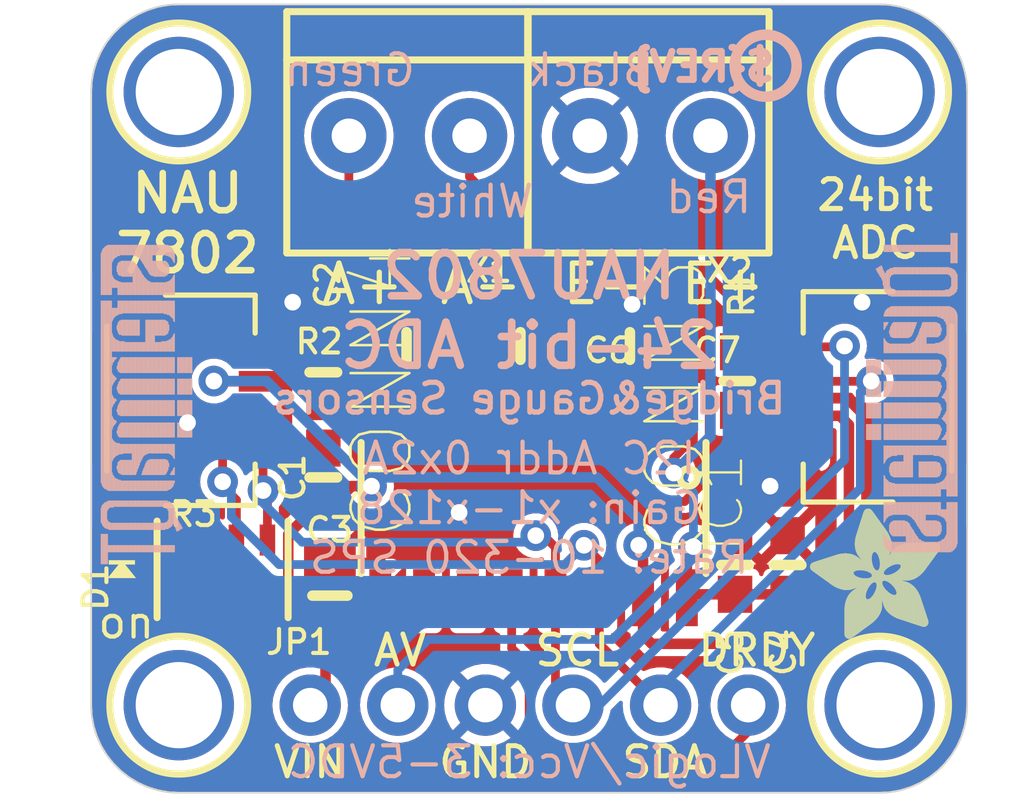
<source format=kicad_pcb>
(kicad_pcb (version 20221018) (generator pcbnew)
  (layers (0 "F.Cu" signal) (31 "B.Cu" signal) (34 "B.Paste" user) (35 "F.Paste" user) (36 "B.SilkS" user "B.Silkscreen") (37 "F.SilkS" user "F.Silkscreen") (38 "B.Mask" user) (39 "F.Mask" user) (44 "Edge.Cuts" user))
  (net 0 "")
  (net 1 "GND")
  (net 2 "SDA")
  (net 3 "SCL")
  (net 4 "VCC")
  (net 5 "N$1")
  (net 6 "AVDD")
  (net 7 "DRDY")
  (net 8 "N$2")
  (net 9 "N$3")
  (net 10 "N$4")
  (net 11 "N$5")
  (net 12 "N$6")
  (net 13 "A-")
  (net 14 "A+")
  (footprint "working:0603-NO" (layer "F.Cu") (at 154.470099 109.8296 -90)
    (fp_text reference "C5" (at 1.778 0.127 90) (layer "F.SilkS") (effects (font (size 0.692831 0.692831) (thickness 0.119969)) (justify right)))
    (fp_text value "1uF")
    (pad "1" smd rect (at -0.85 0 270) (size 1.075 1) (layers "F.Cu" "F.Paste" "F.Mask") (net 1 "GND"))
    (pad "2" smd rect (at 0.85 0 270) (size 1.075 1) (layers "F.Cu" "F.Paste" "F.Mask") (net 6 "AVDD"))
  )
  (footprint "working:MOUNTINGHOLE_2.5_PLATED" (layer "F.Cu") (at 138.341099 113.8936)
    (fp_text reference "U$19" hide)
    (fp_text value "MOUNTINGHOLE2.5" hide)
    (pad "P$1" thru_hole circle (at 0 0) (size 3.2 3.2) (drill 2.5) (layers "*.Cu" "*.Mask"))
    (zone (net 0) (net_name "") (layer "F.Cu") (connect_pads (clearance 0)) (min_thickness 0.25)
      (keepout (tracks not_allowed) (vias not_allowed) (pads not_allowed) (copperpour not_allowed) (footprints allowed))
      (fill (thermal_gap 0.5) (thermal_bridge_width 0.5))
      (polygon (pts (xy 140.357099 113.8936) (xy 140.337479 113.613027) (xy 140.279003 113.337915) (xy 140.182807 113.073619) (xy 140.050764 112.825283) (xy 139.885445 112.59774) (xy 139.690066 112.39542) (xy 139.468432 112.22226) (xy 139.224855 112.081631) (xy 138.964077 111.97627) (xy 138.691174 111.908228) (xy 138.411456 111.878828) (xy 138.13037 111.888644) (xy 137.853384 111.937484) (xy 137.585892 112.024397) (xy 137.333099 112.147693) (xy 137.099925 112.30497) (xy 136.89091 112.493169) (xy 136.710121 112.708625) (xy 136.561077 112.947145) (xy 136.446679 113.204087) (xy 136.369153 113.47445) (xy 136.33001 113.752971) (xy 136.33001 114.034229) (xy 136.369153 114.31275) (xy 136.446679 114.583113) (xy 136.561077 114.840055) (xy 136.710121 115.078575) (xy 136.89091 115.294031) (xy 137.099925 115.48223) (xy 137.333099 115.639507) (xy 137.585892 115.762803) (xy 137.853384 115.849716) (xy 138.13037 115.898556) (xy 138.411456 115.908372) (xy 138.691174 115.878972) (xy 138.964077 115.81093) (xy 139.224855 115.705569) (xy 139.468432 115.56494) (xy 139.690066 115.39178) (xy 139.885445 115.18946) (xy 140.050764 114.961917) (xy 140.182807 114.713581) (xy 140.279003 114.449285) (xy 140.337479 114.174173)))
      (polygon (pts (xy 138.325099 113.8936) (xy 138.329785 113.904914) (xy 138.341099 113.9096) (xy 138.352413 113.904914) (xy 138.357099 113.8936) (xy 138.352413 113.882286) (xy 138.341099 113.8776) (xy 138.329785 113.882286)))
    )
    (zone (net 0) (net_name "") (layer "B.Cu") (connect_pads (clearance 0)) (min_thickness 0.25)
      (keepout (tracks not_allowed) (vias not_allowed) (pads not_allowed) (copperpour not_allowed) (footprints allowed))
      (fill (thermal_gap 0.5) (thermal_bridge_width 0.5))
      (polygon (pts (xy 140.357099 113.8936) (xy 140.337479 113.613027) (xy 140.279003 113.337915) (xy 140.182807 113.073619) (xy 140.050764 112.825283) (xy 139.885445 112.59774) (xy 139.690066 112.39542) (xy 139.468432 112.22226) (xy 139.224855 112.081631) (xy 138.964077 111.97627) (xy 138.691174 111.908228) (xy 138.411456 111.878828) (xy 138.13037 111.888644) (xy 137.853384 111.937484) (xy 137.585892 112.024397) (xy 137.333099 112.147693) (xy 137.099925 112.30497) (xy 136.89091 112.493169) (xy 136.710121 112.708625) (xy 136.561077 112.947145) (xy 136.446679 113.204087) (xy 136.369153 113.47445) (xy 136.33001 113.752971) (xy 136.33001 114.034229) (xy 136.369153 114.31275) (xy 136.446679 114.583113) (xy 136.561077 114.840055) (xy 136.710121 115.078575) (xy 136.89091 115.294031) (xy 137.099925 115.48223) (xy 137.333099 115.639507) (xy 137.585892 115.762803) (xy 137.853384 115.849716) (xy 138.13037 115.898556) (xy 138.411456 115.908372) (xy 138.691174 115.878972) (xy 138.964077 115.81093) (xy 139.224855 115.705569) (xy 139.468432 115.56494) (xy 139.690066 115.39178) (xy 139.885445 115.18946) (xy 140.050764 114.961917) (xy 140.182807 114.713581) (xy 140.279003 114.449285) (xy 140.337479 114.174173)))
      (polygon (pts (xy 138.325099 113.8936) (xy 138.329785 113.904914) (xy 138.341099 113.9096) (xy 138.352413 113.904914) (xy 138.357099 113.8936) (xy 138.352413 113.882286) (xy 138.341099 113.8776) (xy 138.329785 113.882286)))
    )
  )
  (footprint "working:FIDUCIAL_1MM" (layer "F.Cu") (at 152.057099 95.0976)
    (fp_text reference "FID4" hide)
    (fp_text value "FIDUCIAL_1MM" hide)
    (pad "1" smd roundrect (at 0 0) (size 1 1) (layers "F.Cu" "F.Mask") (roundrect_rratio 0.5))
  )
  (footprint "working:TERMBLOCK_1X2-3.5MM" (layer "F.Cu") (at 145.072099 97.3836 180)
    (fp_text reference "X1" (at -3 -3.89) (layer "F.SilkS") (effects (font (size 0.692831 0.692831) (thickness 0.119969)) (justify right)))
    (fp_text value "3.5mm")
    (pad "1" thru_hole circle (at 1.8 0 180) (size 2.1844 2.1844) (drill 1) (layers "*.Cu" "*.Mask") (net 14 "A+"))
    (pad "2" thru_hole circle (at -1.7 0 180) (size 2.1844 2.1844) (drill 1) (layers "*.Cu" "*.Mask") (net 13 "A-"))
  )
  (footprint "working:0603-NO" (layer "F.Cu") (at 154.533599 104.4956 90)
    (fp_text reference "R1" (at 1.778 0.127 90) (layer "F.SilkS") (effects (font (size 0.692831 0.692831) (thickness 0.119969)) (justify left)))
    (fp_text value "51")
    (pad "1" smd rect (at -0.85 0 90) (size 1.075 1) (layers "F.Cu" "F.Paste" "F.Mask") (net 12 "N$6"))
    (pad "2" smd rect (at 0.85 0 90) (size 1.075 1) (layers "F.Cu" "F.Paste" "F.Mask") (net 13 "A-"))
  )
  (footprint "working:MOUNTINGHOLE_2.5_PLATED" (layer "F.Cu") (at 158.661099 96.1136)
    (fp_text reference "U$17" hide)
    (fp_text value "MOUNTINGHOLE2.5" hide)
    (pad "P$1" thru_hole circle (at 0 0) (size 3.2 3.2) (drill 2.5) (layers "*.Cu" "*.Mask"))
    (zone (net 0) (net_name "") (layer "F.Cu") (connect_pads (clearance 0)) (min_thickness 0.25)
      (keepout (tracks not_allowed) (vias not_allowed) (pads not_allowed) (copperpour not_allowed) (footprints allowed))
      (fill (thermal_gap 0.5) (thermal_bridge_width 0.5))
      (polygon (pts (xy 160.677099 96.1136) (xy 160.657479 95.833027) (xy 160.599003 95.557915) (xy 160.502807 95.293619) (xy 160.370764 95.045283) (xy 160.205445 94.81774) (xy 160.010066 94.61542) (xy 159.788432 94.44226) (xy 159.544855 94.301631) (xy 159.284077 94.19627) (xy 159.011174 94.128228) (xy 158.731456 94.098828) (xy 158.45037 94.108644) (xy 158.173384 94.157484) (xy 157.905892 94.244397) (xy 157.653099 94.367693) (xy 157.419925 94.52497) (xy 157.21091 94.713169) (xy 157.030121 94.928625) (xy 156.881077 95.167145) (xy 156.766679 95.424087) (xy 156.689153 95.69445) (xy 156.65001 95.972971) (xy 156.65001 96.254229) (xy 156.689153 96.53275) (xy 156.766679 96.803113) (xy 156.881077 97.060055) (xy 157.030121 97.298575) (xy 157.21091 97.514031) (xy 157.419925 97.70223) (xy 157.653099 97.859507) (xy 157.905892 97.982803) (xy 158.173384 98.069716) (xy 158.45037 98.118556) (xy 158.731456 98.128372) (xy 159.011174 98.098972) (xy 159.284077 98.03093) (xy 159.544855 97.925569) (xy 159.788432 97.78494) (xy 160.010066 97.61178) (xy 160.205445 97.40946) (xy 160.370764 97.181917) (xy 160.502807 96.933581) (xy 160.599003 96.669285) (xy 160.657479 96.394173)))
      (polygon (pts (xy 158.645099 96.1136) (xy 158.649785 96.124914) (xy 158.661099 96.1296) (xy 158.672413 96.124914) (xy 158.677099 96.1136) (xy 158.672413 96.102286) (xy 158.661099 96.0976) (xy 158.649785 96.102286)))
    )
    (zone (net 0) (net_name "") (layer "B.Cu") (connect_pads (clearance 0)) (min_thickness 0.25)
      (keepout (tracks not_allowed) (vias not_allowed) (pads not_allowed) (copperpour not_allowed) (footprints allowed))
      (fill (thermal_gap 0.5) (thermal_bridge_width 0.5))
      (polygon (pts (xy 160.677099 96.1136) (xy 160.657479 95.833027) (xy 160.599003 95.557915) (xy 160.502807 95.293619) (xy 160.370764 95.045283) (xy 160.205445 94.81774) (xy 160.010066 94.61542) (xy 159.788432 94.44226) (xy 159.544855 94.301631) (xy 159.284077 94.19627) (xy 159.011174 94.128228) (xy 158.731456 94.098828) (xy 158.45037 94.108644) (xy 158.173384 94.157484) (xy 157.905892 94.244397) (xy 157.653099 94.367693) (xy 157.419925 94.52497) (xy 157.21091 94.713169) (xy 157.030121 94.928625) (xy 156.881077 95.167145) (xy 156.766679 95.424087) (xy 156.689153 95.69445) (xy 156.65001 95.972971) (xy 156.65001 96.254229) (xy 156.689153 96.53275) (xy 156.766679 96.803113) (xy 156.881077 97.060055) (xy 157.030121 97.298575) (xy 157.21091 97.514031) (xy 157.419925 97.70223) (xy 157.653099 97.859507) (xy 157.905892 97.982803) (xy 158.173384 98.069716) (xy 158.45037 98.118556) (xy 158.731456 98.128372) (xy 159.011174 98.098972) (xy 159.284077 98.03093) (xy 159.544855 97.925569) (xy 159.788432 97.78494) (xy 160.010066 97.61178) (xy 160.205445 97.40946) (xy 160.370764 97.181917) (xy 160.502807 96.933581) (xy 160.599003 96.669285) (xy 160.657479 96.394173)))
      (polygon (pts (xy 158.645099 96.1136) (xy 158.649785 96.124914) (xy 158.661099 96.1296) (xy 158.672413 96.124914) (xy 158.677099 96.1136) (xy 158.672413 96.102286) (xy 158.661099 96.0976) (xy 158.649785 96.102286)))
    )
  )
  (footprint "working:1X06_ROUND_70" (layer "F.Cu") (at 148.501099 113.8936)
    (fp_text reference "JP1" (at -7.6962 -1.8288) (layer "F.SilkS") (effects (font (size 0.692831 0.692831) (thickness 0.119969)) (justify left)))
    (fp_text value "")
    (pad "1" thru_hole circle (at -6.35 0 90) (size 1.778 1.778) (drill 1) (layers "*.Cu" "*.Mask") (net 4 "VCC"))
    (pad "2" thru_hole circle (at -3.81 0 90) (size 1.778 1.778) (drill 1) (layers "*.Cu" "*.Mask") (net 6 "AVDD"))
    (pad "3" thru_hole circle (at -1.27 0 90) (size 1.778 1.778) (drill 1) (layers "*.Cu" "*.Mask") (net 1 "GND"))
    (pad "4" thru_hole circle (at 1.27 0 90) (size 1.778 1.778) (drill 1) (layers "*.Cu" "*.Mask") (net 3 "SCL"))
    (pad "5" thru_hole circle (at 3.81 0 90) (size 1.778 1.778) (drill 1) (layers "*.Cu" "*.Mask") (net 2 "SDA"))
    (pad "6" thru_hole circle (at 6.35 0 90) (size 1.778 1.778) (drill 1) (layers "*.Cu" "*.Mask") (net 7 "DRDY"))
  )
  (footprint "working:MOUNTINGHOLE_2.5_PLATED" (layer "F.Cu") (at 158.661099 113.8936)
    (fp_text reference "U$21" hide)
    (fp_text value "MOUNTINGHOLE2.5" hide)
    (pad "P$1" thru_hole circle (at 0 0) (size 3.2 3.2) (drill 2.5) (layers "*.Cu" "*.Mask"))
    (zone (net 0) (net_name "") (layer "F.Cu") (connect_pads (clearance 0)) (min_thickness 0.25)
      (keepout (tracks not_allowed) (vias not_allowed) (pads not_allowed) (copperpour not_allowed) (footprints allowed))
      (fill (thermal_gap 0.5) (thermal_bridge_width 0.5))
      (polygon (pts (xy 160.677099 113.8936) (xy 160.657479 113.613027) (xy 160.599003 113.337915) (xy 160.502807 113.073619) (xy 160.370764 112.825283) (xy 160.205445 112.59774) (xy 160.010066 112.39542) (xy 159.788432 112.22226) (xy 159.544855 112.081631) (xy 159.284077 111.97627) (xy 159.011174 111.908228) (xy 158.731456 111.878828) (xy 158.45037 111.888644) (xy 158.173384 111.937484) (xy 157.905892 112.024397) (xy 157.653099 112.147693) (xy 157.419925 112.30497) (xy 157.21091 112.493169) (xy 157.030121 112.708625) (xy 156.881077 112.947145) (xy 156.766679 113.204087) (xy 156.689153 113.47445) (xy 156.65001 113.752971) (xy 156.65001 114.034229) (xy 156.689153 114.31275) (xy 156.766679 114.583113) (xy 156.881077 114.840055) (xy 157.030121 115.078575) (xy 157.21091 115.294031) (xy 157.419925 115.48223) (xy 157.653099 115.639507) (xy 157.905892 115.762803) (xy 158.173384 115.849716) (xy 158.45037 115.898556) (xy 158.731456 115.908372) (xy 159.011174 115.878972) (xy 159.284077 115.81093) (xy 159.544855 115.705569) (xy 159.788432 115.56494) (xy 160.010066 115.39178) (xy 160.205445 115.18946) (xy 160.370764 114.961917) (xy 160.502807 114.713581) (xy 160.599003 114.449285) (xy 160.657479 114.174173)))
      (polygon (pts (xy 158.645099 113.8936) (xy 158.649785 113.904914) (xy 158.661099 113.9096) (xy 158.672413 113.904914) (xy 158.677099 113.8936) (xy 158.672413 113.882286) (xy 158.661099 113.8776) (xy 158.649785 113.882286)))
    )
    (zone (net 0) (net_name "") (layer "B.Cu") (connect_pads (clearance 0)) (min_thickness 0.25)
      (keepout (tracks not_allowed) (vias not_allowed) (pads not_allowed) (copperpour not_allowed) (footprints allowed))
      (fill (thermal_gap 0.5) (thermal_bridge_width 0.5))
      (polygon (pts (xy 160.677099 113.8936) (xy 160.657479 113.613027) (xy 160.599003 113.337915) (xy 160.502807 113.073619) (xy 160.370764 112.825283) (xy 160.205445 112.59774) (xy 160.010066 112.39542) (xy 159.788432 112.22226) (xy 159.544855 112.081631) (xy 159.284077 111.97627) (xy 159.011174 111.908228) (xy 158.731456 111.878828) (xy 158.45037 111.888644) (xy 158.173384 111.937484) (xy 157.905892 112.024397) (xy 157.653099 112.147693) (xy 157.419925 112.30497) (xy 157.21091 112.493169) (xy 157.030121 112.708625) (xy 156.881077 112.947145) (xy 156.766679 113.204087) (xy 156.689153 113.47445) (xy 156.65001 113.752971) (xy 156.65001 114.034229) (xy 156.689153 114.31275) (xy 156.766679 114.583113) (xy 156.881077 114.840055) (xy 157.030121 115.078575) (xy 157.21091 115.294031) (xy 157.419925 115.48223) (xy 157.653099 115.639507) (xy 157.905892 115.762803) (xy 158.173384 115.849716) (xy 158.45037 115.898556) (xy 158.731456 115.908372) (xy 159.011174 115.878972) (xy 159.284077 115.81093) (xy 159.544855 115.705569) (xy 159.788432 115.56494) (xy 160.010066 115.39178) (xy 160.205445 115.18946) (xy 160.370764 114.961917) (xy 160.502807 114.713581) (xy 160.599003 114.449285) (xy 160.657479 114.174173)))
      (polygon (pts (xy 158.645099 113.8936) (xy 158.649785 113.904914) (xy 158.661099 113.9096) (xy 158.672413 113.904914) (xy 158.677099 113.8936) (xy 158.672413 113.882286) (xy 158.661099 113.8776) (xy 158.649785 113.882286)))
    )
  )
  (footprint "working:0603-NO" (layer "F.Cu") (at 142.532099 107.2896 90)
    (fp_text reference "C1" (at -0.762 -0.889 90) (layer "F.SilkS") (effects (font (size 0.692831 0.692831) (thickness 0.119969)) (justify left)))
    (fp_text value "0.1uF")
    (pad "1" smd rect (at -0.85 0 90) (size 1.075 1) (layers "F.Cu" "F.Paste" "F.Mask") (net 4 "VCC"))
    (pad "2" smd rect (at 0.85 0 90) (size 1.075 1) (layers "F.Cu" "F.Paste" "F.Mask") (net 1 "GND"))
  )
  (footprint "working:TERMBLOCK_1X2-3.5MM" (layer "F.Cu") (at 152.057099 97.3836 180)
    (fp_text reference "X2" (at -3 -3.89) (layer "F.SilkS") (effects (font (size 0.692831 0.692831) (thickness 0.119969)) (justify right)))
    (fp_text value "3.5mm")
    (pad "1" thru_hole circle (at 1.8 0 180) (size 2.1844 2.1844) (drill 1) (layers "*.Cu" "*.Mask") (net 1 "GND"))
    (pad "2" thru_hole circle (at -1.7 0 180) (size 2.1844 2.1844) (drill 1) (layers "*.Cu" "*.Mask") (net 6 "AVDD"))
  )
  (footprint "working:JST_SH4" (layer "F.Cu") (at 138.341099 105.0036 -90)
    (fp_text reference "CONN4" (at -4.6 -5.9 90) (layer "F.SilkS") (effects (font (size 1.703222 1.703222) (thickness 0.074778)) (justify right)))
    (fp_text value "STEMMA_I2C_QT" hide)
    (pad "1" smd rect (at -1.5 -2.514) (size 1.55 0.6) (layers "F.Cu" "F.Paste" "F.Mask") (net 1 "GND"))
    (pad "2" smd rect (at -0.5 -2.514) (size 1.55 0.6) (layers "F.Cu" "F.Paste" "F.Mask") (net 4 "VCC"))
    (pad "3" smd rect (at 0.5 -2.514) (size 1.55 0.6) (layers "F.Cu" "F.Paste" "F.Mask") (net 2 "SDA"))
    (pad "4" smd rect (at 1.5 -2.514) (size 1.55 0.6) (layers "F.Cu" "F.Paste" "F.Mask") (net 3 "SCL"))
    (pad "MT1" smd rect (at -2.8 1.386) (size 1.8 1.2) (layers "F.Cu" "F.Paste" "F.Mask") (net 1 "GND"))
    (pad "MT2" smd rect (at 2.8 1.386) (size 1.8 1.2) (layers "F.Cu" "F.Paste" "F.Mask") (net 1 "GND"))
  )
  (footprint "working:SOIC16_NARROW" (layer "F.Cu") (at 148.628099 108.4326 180)
    (fp_text reference "IC1" (at -5.461 1.905 90) (layer "F.SilkS") (effects (font (size 1.20335 1.20335) (thickness 0.06665)) (justify right)))
    (fp_text value "NAU7802")
    (pad "1" smd rect (at -4.445 2.854 180) (size 0.635 1.651) (layers "F.Cu" "F.Paste" "F.Mask") (net 6 "AVDD"))
    (pad "2" smd rect (at -3.175 2.854 180) (size 0.635 1.651) (layers "F.Cu" "F.Paste" "F.Mask") (net 12 "N$6"))
    (pad "3" smd rect (at -1.905 2.854 180) (size 0.635 1.651) (layers "F.Cu" "F.Paste" "F.Mask") (net 11 "N$5"))
    (pad "4" smd rect (at -0.635 2.854 180) (size 0.635 1.651) (layers "F.Cu" "F.Paste" "F.Mask") (net 9 "N$3"))
    (pad "5" smd rect (at 0.635 2.854 180) (size 0.635 1.651) (layers "F.Cu" "F.Paste" "F.Mask") (net 10 "N$4"))
    (pad "6" smd rect (at 1.905 2.854 180) (size 0.635 1.651) (layers "F.Cu" "F.Paste" "F.Mask") (net 8 "N$2"))
    (pad "7" smd rect (at 3.175 2.854 180) (size 0.635 1.651) (layers "F.Cu" "F.Paste" "F.Mask") (net 1 "GND"))
    (pad "8" smd rect (at 4.445 2.854 180) (size 0.635 1.651) (layers "F.Cu" "F.Paste" "F.Mask") (net 1 "GND"))
    (pad "9" smd rect (at 4.445 -2.346 180) (size 0.635 1.651) (layers "F.Cu" "F.Paste" "F.Mask") (net 1 "GND"))
    (pad "10" smd rect (at 3.175 -2.346 180) (size 0.635 1.651) (layers "F.Cu" "F.Paste" "F.Mask"))
    (pad "11" smd rect (at 1.905 -2.346 180) (size 0.635 1.651) (layers "F.Cu" "F.Paste" "F.Mask"))
    (pad "12" smd rect (at 0.635 -2.346 180) (size 0.635 1.651) (layers "F.Cu" "F.Paste" "F.Mask") (net 7 "DRDY"))
    (pad "13" smd rect (at -0.635 -2.346 180) (size 0.635 1.651) (layers "F.Cu" "F.Paste" "F.Mask") (net 3 "SCL"))
    (pad "14" smd rect (at -1.905 -2.346 180) (size 0.635 1.651) (layers "F.Cu" "F.Paste" "F.Mask") (net 2 "SDA"))
    (pad "15" smd rect (at -3.175 -2.346 180) (size 0.635 1.651) (layers "F.Cu" "F.Paste" "F.Mask") (net 4 "VCC"))
    (pad "16" smd rect (at -4.445 -2.346 180) (size 0.635 1.651) (layers "F.Cu" "F.Paste" "F.Mask") (net 6 "AVDD"))
  )
  (footprint "working:RESPACK_4X0603" (layer "F.Cu") (at 139.611099 109.9566)
    (fp_text reference "R3" (at -1.6 -1.6) (layer "F.SilkS") (effects (font (size 0.692831 0.692831) (thickness 0.119969)) (justify left)))
    (fp_text value "10K")
    (pad "1" smd rect (at -1.3 0.85) (size 0.45 0.9) (layers "F.Cu" "F.Paste" "F.Mask"))
    (pad "2" smd rect (at -0.4 0.85) (size 0.45 0.9) (layers "F.Cu" "F.Paste" "F.Mask") (net 4 "VCC"))
    (pad "3" smd rect (at 0.4 0.85) (size 0.45 0.9) (layers "F.Cu" "F.Paste" "F.Mask") (net 4 "VCC"))
    (pad "4" smd rect (at 1.3 0.85) (size 0.45 0.9) (layers "F.Cu" "F.Paste" "F.Mask") (net 4 "VCC"))
    (pad "5" smd rect (at 1.3 -0.85) (size 0.45 0.9) (layers "F.Cu" "F.Paste" "F.Mask") (net 3 "SCL"))
    (pad "6" smd rect (at 0.4 -0.85) (size 0.45 0.9) (layers "F.Cu" "F.Paste" "F.Mask") (net 2 "SDA"))
    (pad "7" smd rect (at -0.4 -0.85) (size 0.45 0.9) (layers "F.Cu" "F.Paste" "F.Mask") (net 5 "N$1"))
    (pad "8" smd rect (at -1.3 -0.85) (size 0.45 0.9) (layers "F.Cu" "F.Paste" "F.Mask"))
  )
  (footprint "working:0603-NO" (layer "F.Cu") (at 151.422099 103.4796)
    (fp_text reference "C7" (at 1.778 0.127) (layer "F.SilkS") (effects (font (size 0.692831 0.692831) (thickness 0.119969)) (justify left)))
    (fp_text value "0.1uF")
    (pad "1" smd rect (at -0.85 0) (size 1.075 1) (layers "F.Cu" "F.Paste" "F.Mask") (net 11 "N$5"))
    (pad "2" smd rect (at 0.85 0) (size 1.075 1) (layers "F.Cu" "F.Paste" "F.Mask") (net 12 "N$6"))
  )
  (footprint "working:0603-NO" (layer "F.Cu") (at 155.994099 109.8296 -90)
    (fp_text reference "C4" (at 1.778 0.127 90) (layer "F.SilkS") (effects (font (size 0.692831 0.692831) (thickness 0.119969)) (justify right)))
    (fp_text value "0.1uF")
    (pad "1" smd rect (at -0.85 0 270) (size 1.075 1) (layers "F.Cu" "F.Paste" "F.Mask") (net 1 "GND"))
    (pad "2" smd rect (at 0.85 0 270) (size 1.075 1) (layers "F.Cu" "F.Paste" "F.Mask") (net 6 "AVDD"))
  )
  (footprint "working:JST_SH4" (layer "F.Cu") (at 158.661099 105.0036 90)
    (fp_text reference "CONN3" (at -4.6 -5.9 90) (layer "F.SilkS") (effects (font (size 1.703222 1.703222) (thickness 0.074778)) (justify left)))
    (fp_text value "STEMMA_I2C_QT" hide)
    (pad "1" smd rect (at -1.5 -2.514 180) (size 1.55 0.6) (layers "F.Cu" "F.Paste" "F.Mask") (net 1 "GND"))
    (pad "2" smd rect (at -0.5 -2.514 180) (size 1.55 0.6) (layers "F.Cu" "F.Paste" "F.Mask") (net 4 "VCC"))
    (pad "3" smd rect (at 0.5 -2.514 180) (size 1.55 0.6) (layers "F.Cu" "F.Paste" "F.Mask") (net 2 "SDA"))
    (pad "4" smd rect (at 1.5 -2.514 180) (size 1.55 0.6) (layers "F.Cu" "F.Paste" "F.Mask") (net 3 "SCL"))
    (pad "MT1" smd rect (at -2.8 1.386 180) (size 1.8 1.2) (layers "F.Cu" "F.Paste" "F.Mask") (net 1 "GND"))
    (pad "MT2" smd rect (at 2.8 1.386 180) (size 1.8 1.2) (layers "F.Cu" "F.Paste" "F.Mask") (net 1 "GND"))
  )
  (footprint "working:FIDUCIAL_1MM" (layer "F.Cu") (at 140.944599 112.3061)
    (fp_text reference "FID3" hide)
    (fp_text value "FIDUCIAL_1MM" hide)
    (pad "1" smd roundrect (at 0 0) (size 1 1) (layers "F.Cu" "F.Mask") (roundrect_rratio 0.5))
  )
  (footprint "working:0603-NO" (layer "F.Cu") (at 142.532099 104.2416 90)
    (fp_text reference "C2" (at 1.778 0.127 90) (layer "F.SilkS") (effects (font (size 0.692831 0.692831) (thickness 0.119969)) (justify left)))
    (fp_text value "0.1uF")
    (pad "1" smd rect (at -0.85 0 90) (size 1.075 1) (layers "F.Cu" "F.Paste" "F.Mask") (net 1 "GND"))
    (pad "2" smd rect (at 0.85 0 90) (size 1.075 1) (layers "F.Cu" "F.Paste" "F.Mask") (net 8 "N$2"))
  )
  (footprint "working:0805-NO" (layer "F.Cu") (at 142.722599 110.7186 90)
    (fp_text reference "C3" (at 1.905 -0.762) (layer "F.SilkS") (effects (font (size 0.692831 0.692831) (thickness 0.119969)) (justify left)))
    (fp_text value "10uF")
    (pad "1" smd rect (at -0.95 0 90) (size 1.24 1.5) (layers "F.Cu" "F.Paste" "F.Mask") (net 4 "VCC"))
    (pad "2" smd rect (at 0.95 0 90) (size 1.24 1.5) (layers "F.Cu" "F.Paste" "F.Mask") (net 1 "GND"))
  )
  (footprint "working:MOUNTINGHOLE_2.5_PLATED" (layer "F.Cu") (at 138.341099 96.1136)
    (fp_text reference "U$1" hide)
    (fp_text value "MOUNTINGHOLE2.5" hide)
    (pad "P$1" thru_hole circle (at 0 0) (size 3.2 3.2) (drill 2.5) (layers "*.Cu" "*.Mask"))
    (zone (net 0) (net_name "") (layer "F.Cu") (connect_pads (clearance 0)) (min_thickness 0.25)
      (keepout (tracks not_allowed) (vias not_allowed) (pads not_allowed) (copperpour not_allowed) (footprints allowed))
      (fill (thermal_gap 0.5) (thermal_bridge_width 0.5))
      (polygon (pts (xy 140.357099 96.1136) (xy 140.337479 95.833027) (xy 140.279003 95.557915) (xy 140.182807 95.293619) (xy 140.050764 95.045283) (xy 139.885445 94.81774) (xy 139.690066 94.61542) (xy 139.468432 94.44226) (xy 139.224855 94.301631) (xy 138.964077 94.19627) (xy 138.691174 94.128228) (xy 138.411456 94.098828) (xy 138.13037 94.108644) (xy 137.853384 94.157484) (xy 137.585892 94.244397) (xy 137.333099 94.367693) (xy 137.099925 94.52497) (xy 136.89091 94.713169) (xy 136.710121 94.928625) (xy 136.561077 95.167145) (xy 136.446679 95.424087) (xy 136.369153 95.69445) (xy 136.33001 95.972971) (xy 136.33001 96.254229) (xy 136.369153 96.53275) (xy 136.446679 96.803113) (xy 136.561077 97.060055) (xy 136.710121 97.298575) (xy 136.89091 97.514031) (xy 137.099925 97.70223) (xy 137.333099 97.859507) (xy 137.585892 97.982803) (xy 137.853384 98.069716) (xy 138.13037 98.118556) (xy 138.411456 98.128372) (xy 138.691174 98.098972) (xy 138.964077 98.03093) (xy 139.224855 97.925569) (xy 139.468432 97.78494) (xy 139.690066 97.61178) (xy 139.885445 97.40946) (xy 140.050764 97.181917) (xy 140.182807 96.933581) (xy 140.279003 96.669285) (xy 140.337479 96.394173)))
      (polygon (pts (xy 138.325099 96.1136) (xy 138.329785 96.124914) (xy 138.341099 96.1296) (xy 138.352413 96.124914) (xy 138.357099 96.1136) (xy 138.352413 96.102286) (xy 138.341099 96.0976) (xy 138.329785 96.102286)))
    )
    (zone (net 0) (net_name "") (layer "B.Cu") (connect_pads (clearance 0)) (min_thickness 0.25)
      (keepout (tracks not_allowed) (vias not_allowed) (pads not_allowed) (copperpour not_allowed) (footprints allowed))
      (fill (thermal_gap 0.5) (thermal_bridge_width 0.5))
      (polygon (pts (xy 140.357099 96.1136) (xy 140.337479 95.833027) (xy 140.279003 95.557915) (xy 140.182807 95.293619) (xy 140.050764 95.045283) (xy 139.885445 94.81774) (xy 139.690066 94.61542) (xy 139.468432 94.44226) (xy 139.224855 94.301631) (xy 138.964077 94.19627) (xy 138.691174 94.128228) (xy 138.411456 94.098828) (xy 138.13037 94.108644) (xy 137.853384 94.157484) (xy 137.585892 94.244397) (xy 137.333099 94.367693) (xy 137.099925 94.52497) (xy 136.89091 94.713169) (xy 136.710121 94.928625) (xy 136.561077 95.167145) (xy 136.446679 95.424087) (xy 136.369153 95.69445) (xy 136.33001 95.972971) (xy 136.33001 96.254229) (xy 136.369153 96.53275) (xy 136.446679 96.803113) (xy 136.561077 97.060055) (xy 136.710121 97.298575) (xy 136.89091 97.514031) (xy 137.099925 97.70223) (xy 137.333099 97.859507) (xy 137.585892 97.982803) (xy 137.853384 98.069716) (xy 138.13037 98.118556) (xy 138.411456 98.128372) (xy 138.691174 98.098972) (xy 138.964077 98.03093) (xy 139.224855 97.925569) (xy 139.468432 97.78494) (xy 139.690066 97.61178) (xy 139.885445 97.40946) (xy 140.050764 97.181917) (xy 140.182807 96.933581) (xy 140.279003 96.669285) (xy 140.337479 96.394173)))
      (polygon (pts (xy 138.325099 96.1136) (xy 138.329785 96.124914) (xy 138.341099 96.1296) (xy 138.352413 96.124914) (xy 138.357099 96.1136) (xy 138.352413 96.102286) (xy 138.341099 96.0976) (xy 138.329785 96.102286)))
    )
  )
  (footprint "working:ADAFRUIT_3.5MM" (layer "F.Cu") (at 160.439099 111.9886 90)
    (fp_text reference "U$22" hide)
    (fp_text value "" hide)
  )
  (footprint "working:0603-NO" (layer "F.Cu") (at 148.247099 103.4796)
    (fp_text reference "C6" (at 1.778 0.127) (layer "F.SilkS") (effects (font (size 0.692831 0.692831) (thickness 0.119969)) (justify left)))
    (fp_text value "470pF")
    (pad "1" smd rect (at -0.85 0) (size 1.075 1) (layers "F.Cu" "F.Paste" "F.Mask") (net 10 "N$4"))
    (pad "2" smd rect (at 0.85 0) (size 1.075 1) (layers "F.Cu" "F.Paste" "F.Mask") (net 9 "N$3"))
  )
  (footprint "working:0603-NO" (layer "F.Cu") (at 144.945099 103.4796 180)
    (fp_text reference "R2" (at 1.778 0.127) (layer "F.SilkS") (effects (font (size 0.692831 0.692831) (thickness 0.119969)) (justify right)))
    (fp_text value "51")
    (pad "1" smd rect (at -0.85 0 180) (size 1.075 1) (layers "F.Cu" "F.Paste" "F.Mask") (net 11 "N$5"))
    (pad "2" smd rect (at 0.85 0 180) (size 1.075 1) (layers "F.Cu" "F.Paste" "F.Mask") (net 14 "A+"))
  )
  (footprint "working:CHIPLED_0603_NOOUTLINE" (layer "F.Cu") (at 136.690099 109.9566)
    (fp_text reference "D1" (at -0.762 1.27 90) (layer "F.SilkS") (effects (font (size 0.692831 0.692831) (thickness 0.119969)) (justify left)))
    (fp_text value "GREEN")
    (pad "A" smd rect (at 0 0.75) (size 0.8 0.8) (layers "F.Cu" "F.Paste" "F.Mask") (net 5 "N$1"))
    (pad "C" smd rect (at 0 -0.75) (size 0.8 0.8) (layers "F.Cu" "F.Paste" "F.Mask") (net 1 "GND"))
  )
  (footprint "working:STEMMAQT" (layer "B.Cu") (at 158.280099 109.4486 90)
    (fp_text reference "U$30" hide)
    (fp_text value "" hide)
  )
  (footprint "working:STEMMAQT" (layer "B.Cu") (at 138.722099 100.5586 -90)
    (fp_text reference "U$31" hide)
    (fp_text value "" hide)
  )
  (footprint "working:PCBFEAT-REV-040" (layer "B.Cu") (at 155.359099 95.3516 180)
    (fp_text reference "U$25" hide)
    (fp_text value "" hide)
    (fp_text user "${REV}" (at -0.3556 -0.508) (layer "B.SilkS") (effects (font (size 0.8128 0.8128) (thickness 0.2032)) (justify left bottom mirror)))
  )
  (gr_arc (start 161.2011 113.893599) (mid 160.457151 115.689651) (end 158.661099 116.4336) (stroke (width 0.05)) (layer "Edge.Cuts"))
  (gr_arc (start 135.801099 96.1136) (mid 136.545048 94.317549) (end 138.341099 93.5736) (stroke (width 0.05)) (layer "Edge.Cuts"))
  (gr_line (start 135.801099 96.1136) (end 135.801099 113.8936) (stroke (width 0.05)) (layer "Edge.Cuts"))
  (gr_line (start 161.201099 113.8936) (end 161.201099 96.1136) (stroke (width 0.05)) (layer "Edge.Cuts"))
  (gr_line (start 158.661099 93.5736) (end 138.341099 93.5736) (stroke (width 0.05)) (layer "Edge.Cuts"))
  (gr_arc (start 158.661099 93.5736) (mid 160.45715 94.317549) (end 161.201099 96.1136) (stroke (width 0.05)) (layer "Edge.Cuts"))
  (gr_line (start 138.341099 116.4336) (end 158.661099 116.4336) (stroke (width 0.05)) (layer "Edge.Cuts"))
  (gr_arc (start 138.3411 116.433599) (mid 136.545048 115.689651) (end 135.801099 113.8936) (stroke (width 0.05)) (layer "Edge.Cuts"))
  (gr_text "Black" (at 150.279099 95.4786) (layer "B.SilkS") (effects (font (size 0.89408 0.89408) (thickness 0.12192)) (justify mirror)))
  (gr_text "Bridge&Gauge Sensors" (at 148.501099 105.0036) (layer "B.SilkS") (effects (font (size 0.8636 0.8636) (thickness 0.1524)) (justify mirror)))
  (gr_text "Red" (at 153.708099 99.1616) (layer "B.SilkS") (effects (font (size 0.89408 0.89408) (thickness 0.12192)) (justify mirror)))
  (gr_text "VLogic/Vcc: 3-5VDC" (at 148.501099 115.5446) (layer "B.SilkS") (effects (font (size 0.89408 0.89408) (thickness 0.12192)) (justify mirror)))
  (gr_text "I2C Addr 0x2A\nGain: x1-x128\nRate: 10-320 SPS" (at 148.501099 108.1786) (layer "B.SilkS") (effects (font (size 0.89408 0.89408) (thickness 0.12192)) (justify mirror)))
  (gr_text "Green" (at 143.294099 95.4786) (layer "B.SilkS") (effects (font (size 0.89408 0.89408) (thickness 0.12192)) (justify mirror)))
  (gr_text "NAU7802\n24-bit ADC" (at 148.501099 102.4636) (layer "B.SilkS") (effects (font (size 1.25222 1.25222) (thickness 0.22098)) (justify mirror)))
  (gr_text "White" (at 146.850099 99.2886) (layer "B.SilkS") (effects (font (size 0.89408 0.89408) (thickness 0.12192)) (justify mirror)))
  (gr_text "A-" (at 145.834099 102.3366) (layer "F.SilkS") (effects (font (size 1.1176 1.1176) (thickness 0.1524)) (justify left bottom)))
  (gr_text "on" (at 137.706099 110.9726) (layer "F.SilkS") (effects (font (size 0.89408 0.89408) (thickness 0.12192)) (justify right top)))
  (gr_text "E+" (at 152.819099 102.3366) (layer "F.SilkS") (effects (font (size 1.1176 1.1176) (thickness 0.1524)) (justify left bottom)))
  (gr_text "AV" (at 144.754599 112.3061) (layer "F.SilkS") (effects (font (size 0.87376 0.87376) (thickness 0.14224))))
  (gr_text "E-" (at 149.390099 102.3366) (layer "F.SilkS") (effects (font (size 1.1176 1.1176) (thickness 0.1524)) (justify left bottom)))
  (gr_text "SCL" (at 149.898099 112.3061) (layer "F.SilkS") (effects (font (size 0.87376 0.87376) (thickness 0.14224))))
  (gr_text "SDA" (at 152.438099 115.5446) (layer "F.SilkS") (effects (font (size 0.87376 0.87376) (thickness 0.14224))))
  (gr_text "24bit\nADC" (at 158.534099 99.7966) (layer "F.SilkS") (effects (font (size 0.8636 0.8636) (thickness 0.1524))))
  (gr_text "NAU\n7802" (at 138.595099 99.9236) (layer "F.SilkS") (effects (font (size 1.0795 1.0795) (thickness 0.1905))))
  (gr_text "A+" (at 142.405099 102.3366) (layer "F.SilkS") (effects (font (size 1.1176 1.1176) (thickness 0.1524)) (justify left bottom)))
  (gr_text "DRDY" (at 155.105099 112.3061) (layer "F.SilkS") (effects (font (size 0.87376 0.87376) (thickness 0.14224))))
  (gr_text "VIN" (at 142.151099 115.5446) (layer "F.SilkS") (effects (font (size 0.87376 0.87376) (thickness 0.14224))))
  (gr_text "GND" (at 147.231099 115.5446) (layer "F.SilkS") (effects (font (size 0.87376 0.87376) (thickness 0.14224))))
  (segment (start 144.056099 109.6391) (end 144.119599 109.6391) (width 0.3048) (layer "F.Cu") (net 1))
  (segment (start 136.690099 108.0686) (end 136.955099 107.8036) (width 0.3048) (layer "F.Cu") (net 1))
  (segment (start 144.119599 109.6391) (end 144.183099 109.7026) (width 0.3048) (layer "F.Cu") (net 1))
  (segment (start 136.690099 109.2066) (end 136.690099 108.0686) (width 0.3048) (layer "F.Cu") (net 1))
  (segment (start 142.722599 109.7686) (end 143.926599 109.7686) (width 0.3048) (layer "F.Cu") (net 1))
  (segment (start 144.183099 109.7026) (end 144.183099 110.7786) (width 0.3048) (layer "F.Cu") (net 1))
  (segment (start 143.926599 109.7686) (end 144.056099 109.6391) (width 0.3048) (layer "F.Cu") (net 1))
  (via (at 155.486099 107.5436) (size 0.889) (drill 0.4826) (layers "F.Cu" "B.Cu") (net 1))
  (via (at 151.485599 102.2731) (size 0.889) (drill 0.4826) (layers "F.Cu" "B.Cu") (net 1))
  (via (at 141.643099 102.2096) (size 0.889) (drill 0.4826) (layers "F.Cu" "B.Cu") (net 1))
  (via (at 146.469099 108.3056) (size 0.889) (drill 0.4826) (layers "F.Cu" "B.Cu") (net 1))
  (via (at 138.595099 105.7021) (size 0.889) (drill 0.4826) (layers "F.Cu" "B.Cu") (net 1))
  (via (at 158.153099 102.2096) (size 0.889) (drill 0.4826) (layers "F.Cu" "B.Cu") (net 1))
  (segment (start 139.611099 107.5436) (end 139.611099 107.4166) (width 0.254) (layer "F.Cu") (net 2))
  (segment (start 156.147099 104.5036) (end 158.411799 104.5036) (width 0.254) (layer "F.Cu") (net 2))
  (segment (start 150.533099 112.1156) (end 152.311099 113.8936) (width 0.254) (layer "F.Cu") (net 2))
  (segment (start 139.619099 105.5036) (end 140.855099 105.5036) (width 0.254) (layer "F.Cu") (net 2))
  (segment (start 158.411799 104.5036) (end 158.419799 104.4956) (width 0.254) (layer "F.Cu") (net 2))
  (segment (start 139.611099 105.5116) (end 139.611099 107.4166) (width 0.254) (layer "F.Cu") (net 2))
  (segment (start 139.619099 105.5036) (end 139.611099 105.5116) (width 0.254) (layer "F.Cu") (net 2))
  (segment (start 140.011099 109.1066) (end 140.011099 107.9436) (width 0.254) (layer "F.Cu") (net 2))
  (segment (start 140.011099 107.9436) (end 139.611099 107.5436) (width 0.254) (layer "F.Cu") (net 2))
  (segment (start 150.088599 109.2581) (end 150.092099 109.2581) (width 0.254) (layer "F.Cu") (net 2))
  (segment (start 150.533099 110.7786) (end 150.533099 112.1156) (width 0.254) (layer "F.Cu") (net 2))
  (segment (start 150.533099 109.6991) (end 150.092099 109.2581) (width 0.254) (layer "F.Cu") (net 2))
  (segment (start 150.533099 110.7786) (end 150.533099 109.6991) (width 0.254) (layer "F.Cu") (net 2))
  (via (at 158.419799 104.4956) (size 0.889) (drill 0.4826) (layers "F.Cu" "B.Cu") (net 2))
  (via (at 150.088599 109.2581) (size 0.889) (drill 0.4826) (layers "F.Cu" "B.Cu") (net 2))
  (via (at 139.611099 107.4166) (size 0.889) (drill 0.4826) (layers "F.Cu" "B.Cu") (net 2))
  (segment (start 141.249399 109.8169) (end 149.529799 109.8169) (width 0.254) (layer "B.Cu") (net 2))
  (segment (start 158.102299 107.605982) (end 152.311099 113.397181) (width 0.254) (layer "B.Cu") (net 2))
  (segment (start 139.865099 107.6706) (end 139.865099 108.4326) (width 0.254) (layer "B.Cu") (net 2))
  (segment (start 149.529799 109.8169) (end 150.088599 109.2581) (width 0.254) (layer "B.Cu") (net 2))
  (segment (start 152.311099 113.397181) (end 152.311099 113.8936) (width 0.254) (layer "B.Cu") (net 2))
  (segment (start 158.102299 104.8131) (end 158.102299 107.605982) (width 0.254) (layer "B.Cu") (net 2))
  (segment (start 139.611099 107.4166) (end 139.865099 107.6706) (width 0.254) (layer "B.Cu") (net 2))
  (segment (start 139.865099 108.4326) (end 141.249399 109.8169) (width 0.254) (layer "B.Cu") (net 2))
  (segment (start 158.419799 104.4956) (end 158.102299 104.8131) (width 0.254) (layer "B.Cu") (net 2))
  (segment (start 157.621099 103.5036) (end 156.147099 103.5036) (width 0.254) (layer "F.Cu") (net 3))
  (segment (start 149.263099 110.7786) (end 149.263099 113.3856) (width 0.254) (layer "F.Cu") (net 3))
  (segment (start 149.263099 113.3856) (end 149.771099 113.8936) (width 0.254) (layer "F.Cu") (net 3))
  (segment (start 149.263099 110.7786) (end 149.263099 109.3181) (width 0.254) (layer "F.Cu") (net 3))
  (segment (start 140.911099 107.7976) (end 140.784099 107.6706) (width 0.254) (layer "F.Cu") (net 3))
  (segment (start 148.691599 108.9787) (end 148.923699 108.9787) (width 0.254) (layer "F.Cu") (net 3))
  (segment (start 140.784099 107.6706) (end 140.784099 106.5746) (width 0.254) (layer "F.Cu") (net 3))
  (segment (start 157.645099 103.4796) (end 157.621099 103.5036) (width 0.254) (layer "F.Cu") (net 3))
  (segment (start 140.911099 107.7976) (end 140.911099 109.1066) (width 0.254) (layer "F.Cu") (net 3))
  (segment (start 149.263099 109.3181) (end 148.923699 108.9787) (width 0.254) (layer "F.Cu") (net 3))
  (segment (start 140.784099 106.5746) (end 140.855099 106.5036) (width 0.254) (layer "F.Cu") (net 3))
  (via (at 148.691599 108.9787) (size 0.889) (drill 0.4826) (layers "F.Cu" "B.Cu") (net 3))
  (via (at 157.645099 103.4796) (size 0.889) (drill 0.4826) (layers "F.Cu" "B.Cu") (net 3))
  (via (at 140.784099 107.6706) (size 0.889) (drill 0.4826) (layers "F.Cu" "B.Cu") (net 3))
  (segment (start 150.533099 113.8936) (end 157.645099 106.7816) (width 0.254) (layer "B.Cu") (net 3))
  (segment (start 140.784099 107.6706) (end 140.784099 108.034194) (width 0.254) (layer "B.Cu") (net 3))
  (segment (start 141.919105 109.1692) (end 140.784099 108.034194) (width 0.254) (layer "B.Cu") (net 3))
  (segment (start 148.501099 109.1692) (end 148.691599 108.9787) (width 0.254) (layer "B.Cu") (net 3))
  (segment (start 149.771099 113.8936) (end 150.533099 113.8936) (width 0.254) (layer "B.Cu") (net 3))
  (segment (start 148.501099 109.1692) (end 141.919105 109.1692) (width 0.254) (layer "B.Cu") (net 3))
  (segment (start 157.645099 106.7816) (end 157.645099 103.4796) (width 0.254) (layer "B.Cu") (net 3))
  (segment (start 157.772099 105.7656) (end 157.772099 110.5916) (width 0.3048) (layer "F.Cu") (net 4))
  (segment (start 156.248099 112.1156) (end 152.057099 112.1156) (width 0.3048) (layer "F.Cu") (net 4))
  (segment (start 140.911099 110.8066) (end 141.062599 110.6551) (width 0.3048) (layer "F.Cu") (net 4))
  (segment (start 141.516099 108.9406) (end 142.024099 108.4326) (width 0.3048) (layer "F.Cu") (net 4))
  (segment (start 140.855099 104.5036) (end 139.365099 104.5036) (width 0.3048) (layer "F.Cu") (net 4))
  (segment (start 151.803099 110.7786) (end 151.803099 109.3851) (width 0.3048) (layer "F.Cu") (net 4))
  (segment (start 142.151099 113.8936) (end 142.595599 113.4491) (width 0.3048) (layer "F.Cu") (net 4))
  (segment (start 157.510099 105.5036) (end 156.147099 105.5036) (width 0.3048) (layer "F.Cu") (net 4))
  (segment (start 142.626099 111.7651) (end 141.516099 110.6551) (width 0.3048) (layer "F.Cu") (net 4))
  (segment (start 139.211099 110.8066) (end 140.011099 110.8066) (width 0.3048) (layer "F.Cu") (net 4))
  (segment (start 142.595599 111.7956) (end 142.595599 113.4491) (width 0.3048) (layer "F.Cu") (net 4))
  (segment (start 140.011099 110.8066) (end 140.911099 110.8066) (width 0.3048) (layer "F.Cu") (net 4))
  (segment (start 143.128099 107.5436) (end 142.532099 108.1396) (width 0.3048) (layer "F.Cu") (net 4))
  (segment (start 142.722599 111.6686) (end 142.626099 111.7651) (width 0.3048) (layer "F.Cu") (net 4))
  (segment (start 157.772099 110.5916) (end 156.248099 112.1156) (width 0.3048) (layer "F.Cu") (net 4))
  (segment (start 143.360099 107.5436) (end 142.471099 108.4326) (width 0.3048) (layer "F.Cu") (net 4))
  (segment (start 142.722599 111.6686) (end 142.595599 111.7956) (width 0.3048) (layer "F.Cu") (net 4))
  (segment (start 141.516099 110.6551) (end 141.516099 108.9406) (width 0.3048) (layer "F.Cu") (net 4))
  (segment (start 142.024099 108.4326) (end 142.471099 108.4326) (width 0.3048) (layer "F.Cu") (net 4))
  (segment (start 143.929099 107.5436) (end 143.360099 107.5436) (width 0.3048) (layer "F.Cu") (net 4))
  (segment (start 151.803099 111.8616) (end 151.803099 110.7786) (width 0.3048) (layer "F.Cu") (net 4))
  (segment (start 141.516099 110.6551) (end 141.062599 110.6551) (width 0.3048) (layer "F.Cu") (net 4))
  (segment (start 151.803099 109.3851) (end 151.676099 109.2581) (width 0.3048) (layer "F.Cu") (net 4))
  (segment (start 139.365099 104.5036) (end 139.357099 104.4956) (width 0.3048) (layer "F.Cu") (net 4))
  (segment (start 157.510099 105.5036) (end 157.772099 105.7656) (width 0.3048) (layer "F.Cu") (net 4))
  (segment (start 143.929099 107.5436) (end 143.128099 107.5436) (width 0.3048) (layer "F.Cu") (net 4))
  (segment (start 152.057099 112.1156) (end 151.803099 111.8616) (width 0.3048) (layer "F.Cu") (net 4))
  (via (at 139.357099 104.4956) (size 0.889) (drill 0.4826) (layers "F.Cu" "B.Cu") (net 4))
  (via (at 151.676099 109.2581) (size 0.889) (drill 0.4826) (layers "F.Cu" "B.Cu") (net 4))
  (via (at 143.929099 107.5436) (size 0.889) (drill 0.4826) (layers "F.Cu" "B.Cu") (net 4))
  (segment (start 151.676099 108.4961) (end 150.469599 107.2896) (width 0.3048) (layer "B.Cu") (net 4))
  (segment (start 151.676099 109.2581) (end 151.676099 108.4961) (width 0.3048) (layer "B.Cu") (net 4))
  (segment (start 139.357099 104.4956) (end 140.881099 104.4956) (width 0.3048) (layer "B.Cu") (net 4))
  (segment (start 144.183099 107.2896) (end 143.929099 107.5436) (width 0.3048) (layer "B.Cu") (net 4))
  (segment (start 150.469599 107.2896) (end 144.183099 107.2896) (width 0.3048) (layer "B.Cu") (net 4))
  (segment (start 143.929099 107.5436) (end 140.881099 104.4956) (width 0.3048) (layer "B.Cu") (net 4))
  (segment (start 136.690099 110.7066) (end 136.817099 110.7066) (width 0.254) (layer "F.Cu") (net 5))
  (segment (start 137.567099 109.9566) (end 138.849099 109.9566) (width 0.254) (layer "F.Cu") (net 5))
  (segment (start 138.849099 109.9566) (end 139.211099 109.5946) (width 0.254) (layer "F.Cu") (net 5))
  (segment (start 137.567099 109.9566) (end 136.817099 110.7066) (width 0.254) (layer "F.Cu") (net 5))
  (segment (start 139.211099 109.5946) (end 139.211099 109.1066) (width 0.254) (layer "F.Cu") (net 5))
  (segment (start 153.073099 106.3406) (end 152.692099 106.7216) (width 0.254) (layer "F.Cu") (net 6))
  (segment (start 153.172099 110.6796) (end 153.073099 110.7786) (width 0.3048) (layer "F.Cu") (net 6))
  (segment (start 152.692099 106.7216) (end 152.692099 107.1626) (width 0.254) (layer "F.Cu") (net 6))
  (segment (start 154.470099 110.6796) (end 155.994099 110.6796) (width 0.3048) (layer "F.Cu") (net 6))
  (segment (start 154.470099 110.6796) (end 153.172099 110.6796) (width 0.3048) (layer "F.Cu") (net 6))
  (segment (start 153.073099 109.4867) (end 153.263599 109.2962) (width 0.254) (layer "F.Cu") (net 6))
  (segment (start 153.073099 110.7786) (end 153.073099 109.4867) (width 0.3048) (layer "F.Cu") (net 6))
  (segment (start 153.073099 106.3406) (end 153.073099 105.5786) (width 0.254) (layer "F.Cu") (net 6))
  (via (at 152.692099 107.1626) (size 0.889) (drill 0.4826) (layers "F.Cu" "B.Cu") (net 6))
  (via (at 153.263599 109.2962) (size 0.889) (drill 0.4826) (layers "F.Cu" "B.Cu") (net 6))
  (segment (start 153.757099 106.0976) (end 152.692099 107.1626) (width 0.3048) (layer "B.Cu") (net 6))
  (segment (start 150.914099 111.9886) (end 153.263599 109.6391) (width 0.254) (layer "B.Cu") (net 6))
  (segment (start 152.692099 107.1626) (end 153.263599 107.7341) (width 0.254) (layer "B.Cu") (net 6))
  (segment (start 153.263599 109.2962) (end 153.263599 109.6391) (width 0.254) (layer "B.Cu") (net 6))
  (segment (start 153.263599 107.7341) (end 153.263599 109.2962) (width 0.254) (layer "B.Cu") (net 6))
  (segment (start 145.580099 111.9886) (end 150.914099 111.9886) (width 0.254) (layer "B.Cu") (net 6))
  (segment (start 144.691099 113.8936) (end 144.691099 112.8776) (width 0.254) (layer "B.Cu") (net 6))
  (segment (start 153.757099 97.3836) (end 153.757099 106.0976) (width 0.3048) (layer "B.Cu") (net 6))
  (segment (start 144.691099 112.8776) (end 145.580099 111.9886) (width 0.254) (layer "B.Cu") (net 6))
  (segment (start 147.993099 110.7786) (end 147.993099 112.2426) (width 0.254) (layer "F.Cu") (net 7))
  (segment (start 148.501099 112.7506) (end 148.501099 114.9096) (width 0.254) (layer "F.Cu") (net 7))
  (segment (start 147.993099 112.2426) (end 148.501099 112.7506) (width 0.254) (layer "F.Cu") (net 7))
  (segment (start 154.089099 115.4176) (end 154.851099 114.6556) (width 0.254) (layer "F.Cu") (net 7))
  (segment (start 154.851099 114.6556) (end 154.851099 113.8936) (width 0.254) (layer "F.Cu") (net 7))
  (segment (start 148.501099 114.9096) (end 149.009099 115.4176) (width 0.254) (layer "F.Cu") (net 7))
  (segment (start 149.009099 115.4176) (end 154.089099 115.4176) (width 0.254) (layer "F.Cu") (net 7))
  (segment (start 142.532099 103.3916) (end 142.532099 103.5186) (width 0.254) (layer "F.Cu") (net 8))
  (segment (start 143.382099 104.3686) (end 142.532099 103.5186) (width 0.254) (layer "F.Cu") (net 8))
  (segment (start 146.723099 104.8766) (end 146.723099 105.5786) (width 0.254) (layer "F.Cu") (net 8))
  (segment (start 143.382099 104.3686) (end 146.215099 104.3686) (width 0.254) (layer "F.Cu") (net 8))
  (segment (start 146.215099 104.3686) (end 146.723099 104.8766) (width 0.254) (layer "F.Cu") (net 8))
  (segment (start 149.263099 105.5786) (end 149.263099 103.6456) (width 0.254) (layer "F.Cu") (net 9))
  (segment (start 149.263099 103.6456) (end 149.097099 103.4796) (width 0.254) (layer "F.Cu") (net 9))
  (segment (start 147.993099 105.5786) (end 147.993099 104.0756) (width 0.254) (layer "F.Cu") (net 10))
  (segment (start 147.993099 104.0756) (end 147.397099 103.4796) (width 0.254) (layer "F.Cu") (net 10))
  (segment (start 150.279099 102.5906) (end 150.572099 102.8836) (width 0.254) (layer "F.Cu") (net 11))
  (segment (start 145.795099 103.4796) (end 145.795099 103.2256) (width 0.254) (layer "F.Cu") (net 11))
  (segment (start 146.430099 102.5906) (end 150.279099 102.5906) (width 0.254) (layer "F.Cu") (net 11))
  (segment (start 150.572099 105.5396) (end 150.533099 105.5786) (width 0.254) (layer "F.Cu") (net 11))
  (segment (start 150.572099 103.4796) (end 150.572099 105.5396) (width 0.254) (layer "F.Cu") (net 11))
  (segment (start 145.795099 103.2256) (end 146.430099 102.5906) (width 0.254) (layer "F.Cu") (net 11))
  (segment (start 150.572099 102.8836) (end 150.572099 103.4796) (width 0.254) (layer "F.Cu") (net 11))
  (segment (start 151.803099 105.5786) (end 151.803099 103.9486) (width 0.254) (layer "F.Cu") (net 12))
  (segment (start 151.803099 103.9486) (end 152.272099 103.4796) (width 0.254) (layer "F.Cu") (net 12))
  (segment (start 151.803099 107.4166) (end 152.374599 107.9881) (width 0.254) (layer "F.Cu") (net 12))
  (segment (start 151.803099 105.5786) (end 151.803099 107.4166) (width 0.254) (layer "F.Cu") (net 12))
  (segment (start 154.533599 106.4641) (end 153.009599 107.9881) (width 0.254) (layer "F.Cu") (net 12))
  (segment (start 152.374599 107.9881) (end 153.009599 107.9881) (width 0.254) (layer "F.Cu") (net 12))
  (segment (start 154.533599 105.3456) (end 154.533599 106.4641) (width 0.254) (layer "F.Cu") (net 12))
  (segment (start 151.930099 99.6696) (end 147.866099 99.6696) (width 0.254) (layer "F.Cu") (net 13))
  (segment (start 154.533599 103.6456) (end 154.533599 102.2731) (width 0.254) (layer "F.Cu") (net 13))
  (segment (start 154.533599 102.2731) (end 151.930099 99.6696) (width 0.254) (layer "F.Cu") (net 13))
  (segment (start 146.772099 98.5756) (end 146.772099 97.3836) (width 0.254) (layer "F.Cu") (net 13))
  (segment (start 147.866099 99.6696) (end 146.772099 98.5756) (width 0.254) (layer "F.Cu") (net 13))
  (segment (start 144.095099 103.4796) (end 144.095099 101.7016) (width 0.254) (layer "F.Cu") (net 14))
  (segment (start 144.095099 101.7016) (end 143.272099 100.8786) (width 0.254) (layer "F.Cu") (net 14))
  (segment (start 143.272099 97.3836) (end 143.272099 100.8786) (width 0.254) (layer "F.Cu") (net 14))
  (zone (net 1) (net_name "GND") (layer "F.Cu") (priority 6) (connect_pads (clearance 0.000001)) (min_thickness 0.127) (fill yes (thermal_gap 0.304) (thermal_bridge_width 0.304))
    (polygon (pts (xy 161.328099 116.5606) (xy 135.674099 116.5606) (xy 135.674099 93.4466) (xy 161.328099 93.4466)))
  )
  (zone (net 1) (net_name "GND") (layer "B.Cu") (priority 6) (connect_pads (clearance 0.000001)) (min_thickness 0.127) (fill yes (thermal_gap 0.304) (thermal_bridge_width 0.304))
    (polygon (pts (xy 161.328099 116.5606) (xy 135.674099 116.5606) (xy 135.674099 93.4466) (xy 161.328099 93.4466)))
  )
)
</source>
